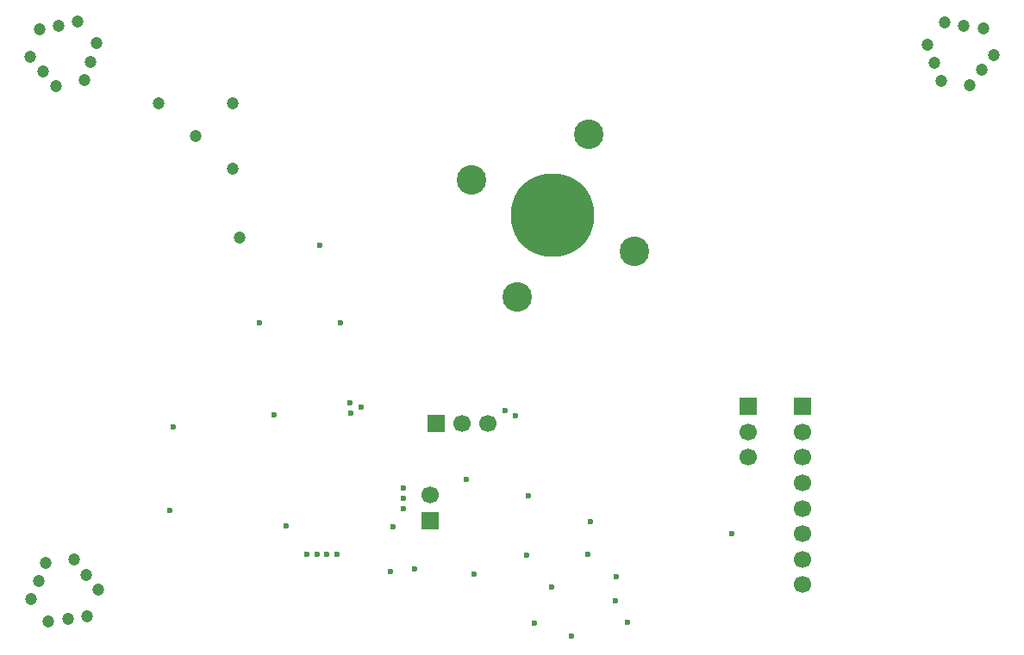
<source format=gbs>
G04 Layer_Color=16711935*
%FSLAX44Y44*%
%MOMM*%
G71*
G01*
G75*
%ADD54C,8.2000*%
%ADD55C,2.9000*%
%ADD56C,1.2000*%
%ADD57C,1.7000*%
%ADD58R,1.7000X1.7000*%
%ADD59R,1.7000X1.7000*%
%ADD60C,0.6000*%
D54*
X540750Y431000D02*
D03*
D55*
X620750Y396000D02*
D03*
X505750Y351000D02*
D03*
X460750Y466000D02*
D03*
X575750Y511000D02*
D03*
D56*
X36675Y613877D02*
D03*
X55289Y617687D02*
D03*
X73903Y621497D02*
D03*
X27759Y587139D02*
D03*
X40369Y572927D02*
D03*
X52979Y558715D02*
D03*
X92616Y600406D02*
D03*
X86592Y582386D02*
D03*
X80569Y564366D02*
D03*
X45533Y31481D02*
D03*
X64365Y34001D02*
D03*
X83197Y36521D02*
D03*
X28329Y53799D02*
D03*
X35561Y71369D02*
D03*
X42792Y88939D02*
D03*
X93925Y62582D02*
D03*
X82324Y77630D02*
D03*
X70724Y92678D02*
D03*
X925829Y620672D02*
D03*
X944634Y617962D02*
D03*
X963440Y615252D02*
D03*
X908398Y598523D02*
D03*
X915458Y580883D02*
D03*
X922518Y563244D02*
D03*
X973908Y589085D02*
D03*
X962157Y574155D02*
D03*
X950406Y559225D02*
D03*
X154000Y541000D02*
D03*
X226000D02*
D03*
Y477000D02*
D03*
X190000Y509000D02*
D03*
X233000Y409000D02*
D03*
D57*
X420000Y156000D02*
D03*
X477000Y226500D02*
D03*
X451600D02*
D03*
X786000Y193000D02*
D03*
Y218000D02*
D03*
Y168000D02*
D03*
Y143000D02*
D03*
Y118000D02*
D03*
Y93000D02*
D03*
Y68000D02*
D03*
X733000Y193000D02*
D03*
Y218000D02*
D03*
D58*
X420000Y130600D02*
D03*
X786000Y243000D02*
D03*
X733000D02*
D03*
D59*
X426200Y226500D02*
D03*
D60*
X352382Y242632D02*
D03*
X342325Y236500D02*
D03*
X341750Y246500D02*
D03*
X503802Y234031D02*
D03*
X494302Y238781D02*
D03*
X523000Y30000D02*
D03*
X312000Y402000D02*
D03*
X455500Y171500D02*
D03*
X602250Y52000D02*
D03*
X299000Y98000D02*
D03*
X329000D02*
D03*
X319000D02*
D03*
X309000D02*
D03*
X577600Y129600D02*
D03*
X384000Y125000D02*
D03*
X463500Y78250D02*
D03*
X539250Y65750D02*
D03*
X516500Y155000D02*
D03*
X614000Y31250D02*
D03*
X559000Y17000D02*
D03*
X279000Y126000D02*
D03*
X165000Y141000D02*
D03*
X603000Y75500D02*
D03*
X717000Y118000D02*
D03*
X394000Y143000D02*
D03*
Y153000D02*
D03*
Y163000D02*
D03*
X253000Y325500D02*
D03*
X381000Y81000D02*
D03*
X332000Y325500D02*
D03*
X168000Y223000D02*
D03*
X405000Y83000D02*
D03*
X515000Y97000D02*
D03*
X267000Y235000D02*
D03*
X575000Y97500D02*
D03*
M02*

</source>
